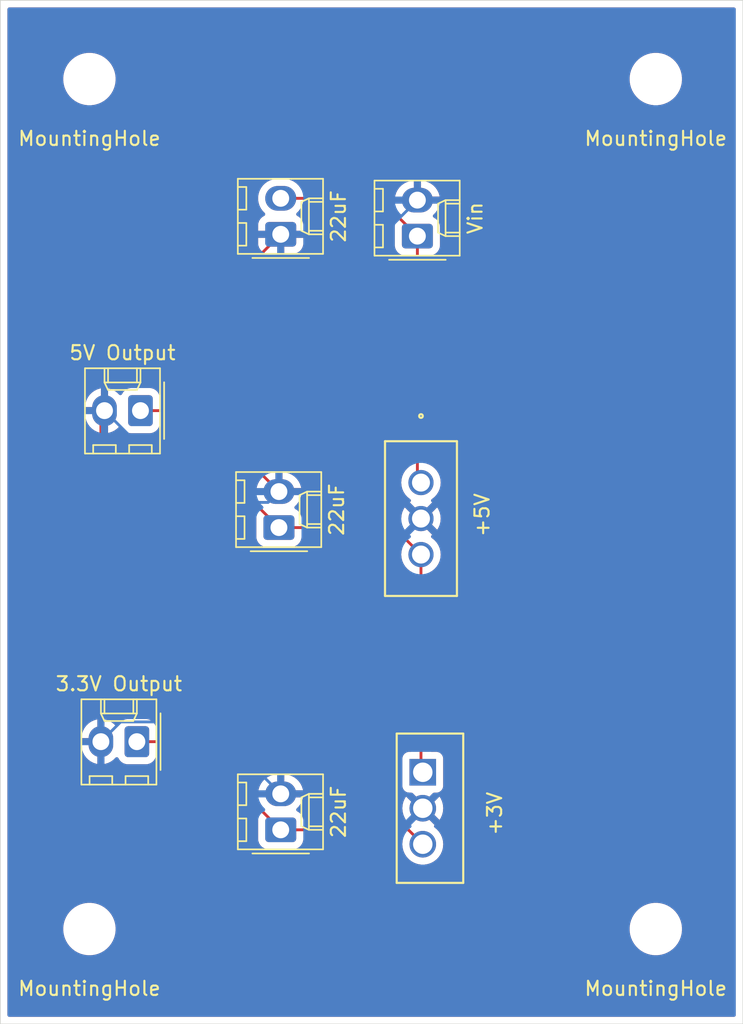
<source format=kicad_pcb>
(kicad_pcb (version 20240108) (generator "pcbnew") (generator_version "8.0")
  (layers (0 "F.Cu" signal) (31 "B.Cu" signal) (34 "B.Paste" user) (35 "F.Paste" user) (36 "B.SilkS" user "B.Silkscreen") (37 "F.SilkS" user "F.Silkscreen") (38 "B.Mask" user) (39 "F.Mask" user) (44 "Edge.Cuts" user))
  (net 0 "")
  (net 1 "GND")
  (net 2 "Net-(J1-Pin_1)")
  (net 3 "Net-(J3-Pin_1)")
  (net 4 "Net-(J2-Pin_1)")
  (footprint "Connector_Molex:Molex_KK-254_AE-6410-02A_1x02_P2.54mm_Vertical" (layer "F.Cu") (at 153.162 61.087 90)
    (property "Reference" "J1" (hide yes))
    (property "Value" "Vin" (at 1.27 4.08 90) (layer "F.SilkS"))
    (fp_line (start 3.92 -3.03) (end -1.38 -3.03) (stroke (width 0.12)) (layer "F.SilkS"))
    (fp_line (start 1.74 -3.03) (end 1.74 -2.43) (stroke (width 0.12)) (layer "F.SilkS"))
    (fp_line (start -0.8 -3.03) (end -0.8 -2.43) (stroke (width 0.12)) (layer "F.SilkS"))
    (fp_line (start -1.38 -3.03) (end -1.38 2.99) (stroke (width 0.12)) (layer "F.SilkS"))
    (fp_line (start 3.34 -2.43) (end 3.34 -3.03) (stroke (width 0.12)) (layer "F.SilkS"))
    (fp_line (start 1.74 -2.43) (end 3.34 -2.43) (stroke (width 0.12)) (layer "F.SilkS"))
    (fp_line (start 0.8 -2.43) (end 0.8 -3.03) (stroke (width 0.12)) (layer "F.SilkS"))
    (fp_line (start -0.8 -2.43) (end 0.8 -2.43) (stroke (width 0.12)) (layer "F.SilkS"))
    (fp_line (start -1.67 -2) (end -1.67 2) (stroke (width 0.12)) (layer "F.SilkS"))
    (fp_line (start 2.29 1.46) (end 2.54 1.99) (stroke (width 0.12)) (layer "F.SilkS"))
    (fp_line (start 0.25 1.46) (end 2.29 1.46) (stroke (width 0.12)) (layer "F.SilkS"))
    (fp_line (start 2.54 1.99) (end 2.54 2.99) (stroke (width 0.12)) (layer "F.SilkS"))
    (fp_line (start 0 1.99) (end 0.25 1.46) (stroke (width 0.12)) (layer "F.SilkS"))
    (fp_line (start 0 1.99) (end 2.54 1.99) (stroke (width 0.12)) (layer "F.SilkS"))
    (fp_line (start 3.92 2.99) (end 3.92 -3.03) (stroke (width 0.12)) (layer "F.SilkS"))
    (fp_line (start 2.29 2.99) (end 2.29 1.99) (stroke (width 0.12)) (layer "F.SilkS"))
    (fp_line (start 0.25 2.99) (end 0.25 1.99) (stroke (width 0.12)) (layer "F.SilkS"))
    (fp_line (start 0 2.99) (end 0 1.99) (stroke (width 0.12)) (layer "F.SilkS"))
    (fp_line (start -1.38 2.99) (end 3.92 2.99) (stroke (width 0.12)) (layer "F.SilkS"))
    (pad "1" thru_hole roundrect (at 0 0 90) (size 1.74 2.19) (drill 1.19) (layers "*.Cu" "*.Mask") (roundrect_rratio 0.143678) (net 2 "Net-(J1-Pin_1)"))
    (pad "2" thru_hole oval (at 2.54 0 90) (size 1.74 2.19) (drill 1.19) (layers "*.Cu" "*.Mask") (net 1 "GND"))
  )
  (footprint "Connector_Molex:Molex_KK-254_AE-6410-02A_1x02_P2.54mm_Vertical" (layer "F.Cu") (at 143.383 81.661 90)
    (property "Reference" "C2" (hide yes))
    (property "Value" "22uF" (at 1.27 4.08 90) (layer "F.SilkS"))
    (fp_line (start 3.92 -3.03) (end -1.38 -3.03) (stroke (width 0.12)) (layer "F.SilkS"))
    (fp_line (start 1.74 -3.03) (end 1.74 -2.43) (stroke (width 0.12)) (layer "F.SilkS"))
    (fp_line (start -0.8 -3.03) (end -0.8 -2.43) (stroke (width 0.12)) (layer "F.SilkS"))
    (fp_line (start -1.38 -3.03) (end -1.38 2.99) (stroke (width 0.12)) (layer "F.SilkS"))
    (fp_line (start 3.34 -2.43) (end 3.34 -3.03) (stroke (width 0.12)) (layer "F.SilkS"))
    (fp_line (start 1.74 -2.43) (end 3.34 -2.43) (stroke (width 0.12)) (layer "F.SilkS"))
    (fp_line (start 0.8 -2.43) (end 0.8 -3.03) (stroke (width 0.12)) (layer "F.SilkS"))
    (fp_line (start -0.8 -2.43) (end 0.8 -2.43) (stroke (width 0.12)) (layer "F.SilkS"))
    (fp_line (start -1.67 -2) (end -1.67 2) (stroke (width 0.12)) (layer "F.SilkS"))
    (fp_line (start 2.29 1.46) (end 2.54 1.99) (stroke (width 0.12)) (layer "F.SilkS"))
    (fp_line (start 0.25 1.46) (end 2.29 1.46) (stroke (width 0.12)) (layer "F.SilkS"))
    (fp_line (start 2.54 1.99) (end 2.54 2.99) (stroke (width 0.12)) (layer "F.SilkS"))
    (fp_line (start 0 1.99) (end 0.25 1.46) (stroke (width 0.12)) (layer "F.SilkS"))
    (fp_line (start 0 1.99) (end 2.54 1.99) (stroke (width 0.12)) (layer "F.SilkS"))
    (fp_line (start 3.92 2.99) (end 3.92 -3.03) (stroke (width 0.12)) (layer "F.SilkS"))
    (fp_line (start 2.29 2.99) (end 2.29 1.99) (stroke (width 0.12)) (layer "F.SilkS"))
    (fp_line (start 0.25 2.99) (end 0.25 1.99) (stroke (width 0.12)) (layer "F.SilkS"))
    (fp_line (start 0 2.99) (end 0 1.99) (stroke (width 0.12)) (layer "F.SilkS"))
    (fp_line (start -1.38 2.99) (end 3.92 2.99) (stroke (width 0.12)) (layer "F.SilkS"))
    (pad "1" thru_hole roundrect (at 0 0 90) (size 1.74 2.19) (drill 1.19) (layers "*.Cu" "*.Mask") (roundrect_rratio 0.143678) (net 3 "Net-(J3-Pin_1)"))
    (pad "2" thru_hole oval (at 2.54 0 90) (size 1.74 2.19) (drill 1.19) (layers "*.Cu" "*.Mask") (net 1 "GND"))
  )
  (footprint "MountingHole:MountingHole_3.2mm_M3" (layer "F.Cu") (at 170 50)
    (property "Reference" "H2" (hide yes))
    (property "Value" "MountingHole" (at 0 4.2 0) (layer "F.SilkS"))
    (pad "" np_thru_hole circle (at 0 0) (size 3.2 3.2) (drill 3.2) (layers "*.Cu" "*.Mask"))
  )
  (footprint "KiCADv6:T03B" (layer "F.Cu") (at 154.559 104.013 -90)
    (property "Reference" "U2" (hide yes))
    (property "Value" "+3V" (at -2.159 -4.064 90) (layer "F.SilkS"))
    (fp_line (start -7.8105 2.8575) (end 2.7305 2.8575) (stroke (width 0.1524)) (layer "F.SilkS"))
    (fp_line (start 2.7305 2.8575) (end 2.7305 -1.8415) (stroke (width 0.1524)) (layer "F.SilkS"))
    (fp_line (start -7.8105 -1.8415) (end -7.8105 2.8575) (stroke (width 0.1524)) (layer "F.SilkS"))
    (fp_line (start 2.7305 -1.8415) (end -7.8105 -1.8415) (stroke (width 0.1524)) (layer "F.SilkS"))
    (pad "1" thru_hole rect (at -5.08 1.016 270) (size 1.8796 1.8796) (drill 1.3716) (layers "*.Cu" "*.Mask") (net 3 "Net-(J3-Pin_1)"))
    (pad "2" thru_hole circle (at -2.54 1.016 270) (size 1.8796 1.8796) (drill 1.3716) (layers "*.Cu" "*.Mask") (net 1 "GND"))
    (pad "3" thru_hole circle (at 0 1.016 270) (size 1.8796 1.8796) (drill 1.3716) (layers "*.Cu" "*.Mask") (net 4 "Net-(J2-Pin_1)"))
  )
  (footprint "MountingHole:MountingHole_3.2mm_M3" (layer "F.Cu") (at 130 110)
    (property "Reference" "H4" (hide yes))
    (property "Value" "MountingHole" (at 0 4.2 0) (layer "F.SilkS"))
    (pad "" np_thru_hole circle (at 0 0) (size 3.2 3.2) (drill 3.2) (layers "*.Cu" "*.Mask"))
  )
  (footprint "Connector_Molex:Molex_KK-254_AE-6410-02A_1x02_P2.54mm_Vertical" (layer "F.Cu") (at 143.51 102.997 90)
    (property "Reference" "C3" (hide yes))
    (property "Value" "22uF" (at 1.27 4.08 90) (layer "F.SilkS"))
    (fp_line (start 3.92 -3.03) (end -1.38 -3.03) (stroke (width 0.12)) (layer "F.SilkS"))
    (fp_line (start 1.74 -3.03) (end 1.74 -2.43) (stroke (width 0.12)) (layer "F.SilkS"))
    (fp_line (start -0.8 -3.03) (end -0.8 -2.43) (stroke (width 0.12)) (layer "F.SilkS"))
    (fp_line (start -1.38 -3.03) (end -1.38 2.99) (stroke (width 0.12)) (layer "F.SilkS"))
    (fp_line (start 3.34 -2.43) (end 3.34 -3.03) (stroke (width 0.12)) (layer "F.SilkS"))
    (fp_line (start 1.74 -2.43) (end 3.34 -2.43) (stroke (width 0.12)) (layer "F.SilkS"))
    (fp_line (start 0.8 -2.43) (end 0.8 -3.03) (stroke (width 0.12)) (layer "F.SilkS"))
    (fp_line (start -0.8 -2.43) (end 0.8 -2.43) (stroke (width 0.12)) (layer "F.SilkS"))
    (fp_line (start -1.67 -2) (end -1.67 2) (stroke (width 0.12)) (layer "F.SilkS"))
    (fp_line (start 2.29 1.46) (end 2.54 1.99) (stroke (width 0.12)) (layer "F.SilkS"))
    (fp_line (start 0.25 1.46) (end 2.29 1.46) (stroke (width 0.12)) (layer "F.SilkS"))
    (fp_line (start 2.54 1.99) (end 2.54 2.99) (stroke (width 0.12)) (layer "F.SilkS"))
    (fp_line (start 0 1.99) (end 0.25 1.46) (stroke (width 0.12)) (layer "F.SilkS"))
    (fp_line (start 0 1.99) (end 2.54 1.99) (stroke (width 0.12)) (layer "F.SilkS"))
    (fp_line (start 3.92 2.99) (end 3.92 -3.03) (stroke (width 0.12)) (layer "F.SilkS"))
    (fp_line (start 2.29 2.99) (end 2.29 1.99) (stroke (width 0.12)) (layer "F.SilkS"))
    (fp_line (start 0.25 2.99) (end 0.25 1.99) (stroke (width 0.12)) (layer "F.SilkS"))
    (fp_line (start 0 2.99) (end 0 1.99) (stroke (width 0.12)) (layer "F.SilkS"))
    (fp_line (start -1.38 2.99) (end 3.92 2.99) (stroke (width 0.12)) (layer "F.SilkS"))
    (pad "1" thru_hole roundrect (at 0 0 90) (size 1.74 2.19) (drill 1.19) (layers "*.Cu" "*.Mask") (roundrect_rratio 0.143678) (net 4 "Net-(J2-Pin_1)"))
    (pad "2" thru_hole oval (at 2.54 0 90) (size 1.74 2.19) (drill 1.19) (layers "*.Cu" "*.Mask") (net 1 "GND"))
  )
  (footprint "Connector_Molex:Molex_KK-254_AE-6410-02A_1x02_P2.54mm_Vertical" (layer "F.Cu") (at 133.35 96.774 180)
    (property "Reference" "J2" (hide yes))
    (property "Value" "3.3V Output" (at 1.27 4.08 360) (layer "F.SilkS"))
    (fp_line (start 3.92 2.99) (end 3.92 -3.03) (stroke (width 0.12)) (layer "F.SilkS"))
    (fp_line (start 3.92 -3.03) (end -1.38 -3.03) (stroke (width 0.12)) (layer "F.SilkS"))
    (fp_line (start 3.34 -2.43) (end 3.34 -3.03) (stroke (width 0.12)) (layer "F.SilkS"))
    (fp_line (start 2.54 1.99) (end 2.54 2.99) (stroke (width 0.12)) (layer "F.SilkS"))
    (fp_line (start 2.29 2.99) (end 2.29 1.99) (stroke (width 0.12)) (layer "F.SilkS"))
    (fp_line (start 2.29 1.46) (end 2.54 1.99) (stroke (width 0.12)) (layer "F.SilkS"))
    (fp_line (start 1.74 -2.43) (end 3.34 -2.43) (stroke (width 0.12)) (layer "F.SilkS"))
    (fp_line (start 1.74 -3.03) (end 1.74 -2.43) (stroke (width 0.12)) (layer "F.SilkS"))
    (fp_line (start 0.8 -2.43) (end 0.8 -3.03) (stroke (width 0.12)) (layer "F.SilkS"))
    (fp_line (start 0.25 2.99) (end 0.25 1.99) (stroke (width 0.12)) (layer "F.SilkS"))
    (fp_line (start 0.25 1.46) (end 2.29 1.46) (stroke (width 0.12)) (layer "F.SilkS"))
    (fp_line (start 0 2.99) (end 0 1.99) (stroke (width 0.12)) (layer "F.SilkS"))
    (fp_line (start 0 1.99) (end 2.54 1.99) (stroke (width 0.12)) (layer "F.SilkS"))
    (fp_line (start 0 1.99) (end 0.25 1.46) (stroke (width 0.12)) (layer "F.SilkS"))
    (fp_line (start -0.8 -2.43) (end 0.8 -2.43) (stroke (width 0.12)) (layer "F.SilkS"))
    (fp_line (start -0.8 -3.03) (end -0.8 -2.43) (stroke (width 0.12)) (layer "F.SilkS"))
    (fp_line (start -1.38 2.99) (end 3.92 2.99) (stroke (width 0.12)) (layer "F.SilkS"))
    (fp_line (start -1.38 -3.03) (end -1.38 2.99) (stroke (width 0.12)) (layer "F.SilkS"))
    (fp_line (start -1.67 -2) (end -1.67 2) (stroke (width 0.12)) (layer "F.SilkS"))
    (pad "1" thru_hole roundrect (at 0 0 180) (size 1.74 2.19) (drill 1.19) (layers "*.Cu" "*.Mask") (roundrect_rratio 0.143678) (net 4 "Net-(J2-Pin_1)"))
    (pad "2" thru_hole oval (at 2.54 0 180) (size 1.74 2.19) (drill 1.19) (layers "*.Cu" "*.Mask") (net 1 "GND"))
  )
  (footprint "KiCADv6 2:TO-220_ONS" (layer "F.Cu") (at 153.416 78.486 -90)
    (property "Reference" "U1" (hide yes))
    (property "Value" "+5V" (at 2.286 -4.318 90) (layer "F.SilkS"))
    (fp_line (start -2.921 2.54) (end 8.001 2.54) (stroke (width 0.1524)) (layer "F.SilkS"))
    (fp_line (start 8.001 2.54) (end 8.001 -2.54) (stroke (width 0.1524)) (layer "F.SilkS"))
    (fp_line (start -2.921 -2.54) (end -2.921 2.54) (stroke (width 0.1524)) (layer "F.SilkS"))
    (fp_line (start 8.001 -2.54) (end -2.921 -2.54) (stroke (width 0.1524)) (layer "F.SilkS"))
    (fp_circle (center -4.699 0) (end -4.572 0) (stroke (width 0.1524)) (fill none) (layer "F.SilkS"))
    (pad "1" thru_hole circle (at 0 0 270) (size 1.778 1.778) (drill 1.27) (layers "*.Cu" "*.Mask") (net 2 "Net-(J1-Pin_1)"))
    (pad "2" thru_hole circle (at 2.54 0 270) (size 1.778 1.778) (drill 1.27) (layers "*.Cu" "*.Mask") (net 1 "GND"))
    (pad "3" thru_hole circle (at 5.08 0 270) (size 1.778 1.778) (drill 1.27) (layers "*.Cu" "*.Mask") (net 3 "Net-(J3-Pin_1)"))
  )
  (footprint "MountingHole:MountingHole_3.2mm_M3" (layer "F.Cu") (at 130 50)
    (property "Reference" "H1" (hide yes))
    (property "Value" "MountingHole" (at 0 4.2 0) (layer "F.SilkS"))
    (pad "" np_thru_hole circle (at 0 0) (size 3.2 3.2) (drill 3.2) (layers "*.Cu" "*.Mask"))
  )
  (footprint "Connector_Molex:Molex_KK-254_AE-6410-02A_1x02_P2.54mm_Vertical" (layer "F.Cu") (at 133.604 73.406 180)
    (property "Reference" "J3" (hide yes))
    (property "Value" "5V Output" (at 1.27 4.08 360) (layer "F.SilkS"))
    (fp_line (start 3.92 2.99) (end 3.92 -3.03) (stroke (width 0.12)) (layer "F.SilkS"))
    (fp_line (start 3.92 -3.03) (end -1.38 -3.03) (stroke (width 0.12)) (layer "F.SilkS"))
    (fp_line (start 3.34 -2.43) (end 3.34 -3.03) (stroke (width 0.12)) (layer "F.SilkS"))
    (fp_line (start 2.54 1.99) (end 2.54 2.99) (stroke (width 0.12)) (layer "F.SilkS"))
    (fp_line (start 2.29 2.99) (end 2.29 1.99) (stroke (width 0.12)) (layer "F.SilkS"))
    (fp_line (start 2.29 1.46) (end 2.54 1.99) (stroke (width 0.12)) (layer "F.SilkS"))
    (fp_line (start 1.74 -2.43) (end 3.34 -2.43) (stroke (width 0.12)) (layer "F.SilkS"))
    (fp_line (start 1.74 -3.03) (end 1.74 -2.43) (stroke (width 0.12)) (layer "F.SilkS"))
    (fp_line (start 0.8 -2.43) (end 0.8 -3.03) (stroke (width 0.12)) (layer "F.SilkS"))
    (fp_line (start 0.25 2.99) (end 0.25 1.99) (stroke (width 0.12)) (layer "F.SilkS"))
    (fp_line (start 0.25 1.46) (end 2.29 1.46) (stroke (width 0.12)) (layer "F.SilkS"))
    (fp_line (start 0 2.99) (end 0 1.99) (stroke (width 0.12)) (layer "F.SilkS"))
    (fp_line (start 0 1.99) (end 2.54 1.99) (stroke (width 0.12)) (layer "F.SilkS"))
    (fp_line (start 0 1.99) (end 0.25 1.46) (stroke (width 0.12)) (layer "F.SilkS"))
    (fp_line (start -0.8 -2.43) (end 0.8 -2.43) (stroke (width 0.12)) (layer "F.SilkS"))
    (fp_line (start -0.8 -3.03) (end -0.8 -2.43) (stroke (width 0.12)) (layer "F.SilkS"))
    (fp_line (start -1.38 2.99) (end 3.92 2.99) (stroke (width 0.12)) (layer "F.SilkS"))
    (fp_line (start -1.38 -3.03) (end -1.38 2.99) (stroke (width 0.12)) (layer "F.SilkS"))
    (fp_line (start -1.67 -2) (end -1.67 2) (stroke (width 0.12)) (layer "F.SilkS"))
    (pad "1" thru_hole roundrect (at 0 0 180) (size 1.74 2.19) (drill 1.19) (layers "*.Cu" "*.Mask") (roundrect_rratio 0.143678) (net 3 "Net-(J3-Pin_1)"))
    (pad "2" thru_hole oval (at 2.54 0 180) (size 1.74 2.19) (drill 1.19) (layers "*.Cu" "*.Mask") (net 1 "GND"))
  )
  (footprint "Connector_Molex:Molex_KK-254_AE-6410-02A_1x02_P2.54mm_Vertical" (layer "F.Cu") (at 143.51 60.96 90)
    (property "Reference" "C1" (hide yes))
    (property "Value" "22uF" (at 1.27 4.08 90) (layer "F.SilkS"))
    (fp_line (start 3.92 -3.03) (end -1.38 -3.03) (stroke (width 0.12)) (layer "F.SilkS"))
    (fp_line (start 1.74 -3.03) (end 1.74 -2.43) (stroke (width 0.12)) (layer "F.SilkS"))
    (fp_line (start -0.8 -3.03) (end -0.8 -2.43) (stroke (width 0.12)) (layer "F.SilkS"))
    (fp_line (start -1.38 -3.03) (end -1.38 2.99) (stroke (width 0.12)) (layer "F.SilkS"))
    (fp_line (start 3.34 -2.43) (end 3.34 -3.03) (stroke (width 0.12)) (layer "F.SilkS"))
    (fp_line (start 1.74 -2.43) (end 3.34 -2.43) (stroke (width 0.12)) (layer "F.SilkS"))
    (fp_line (start 0.8 -2.43) (end 0.8 -3.03) (stroke (width 0.12)) (layer "F.SilkS"))
    (fp_line (start -0.8 -2.43) (end 0.8 -2.43) (stroke (width 0.12)) (layer "F.SilkS"))
    (fp_line (start -1.67 -2) (end -1.67 2) (stroke (width 0.12)) (layer "F.SilkS"))
    (fp_line (start 2.29 1.46) (end 2.54 1.99) (stroke (width 0.12)) (layer "F.SilkS"))
    (fp_line (start 0.25 1.46) (end 2.29 1.46) (stroke (width 0.12)) (layer "F.SilkS"))
    (fp_line (start 2.54 1.99) (end 2.54 2.99) (stroke (width 0.12)) (layer "F.SilkS"))
    (fp_line (start 0 1.99) (end 0.25 1.46) (stroke (width 0.12)) (layer "F.SilkS"))
    (fp_line (start 0 1.99) (end 2.54 1.99) (stroke (width 0.12)) (layer "F.SilkS"))
    (fp_line (start 3.92 2.99) (end 3.92 -3.03) (stroke (width 0.12)) (layer "F.SilkS"))
    (fp_line (start 2.29 2.99) (end 2.29 1.99) (stroke (width 0.12)) (layer "F.SilkS"))
    (fp_line (start 0.25 2.99) (end 0.25 1.99) (stroke (width 0.12)) (layer "F.SilkS"))
    (fp_line (start 0 2.99) (end 0 1.99) (stroke (width 0.12)) (layer "F.SilkS"))
    (fp_line (start -1.38 2.99) (end 3.92 2.99) (stroke (width 0.12)) (layer "F.SilkS"))
    (pad "1" thru_hole roundrect (at 0 0 90) (size 1.74 2.19) (drill 1.19) (layers "*.Cu" "*.Mask") (roundrect_rratio 0.143678) (net 1 "GND"))
    (pad "2" thru_hole oval (at 2.54 0 90) (size 1.74 2.19) (drill 1.19) (layers "*.Cu" "*.Mask") (net 2 "Net-(J1-Pin_1)"))
  )
  (footprint "MountingHole:MountingHole_3.2mm_M3" (layer "F.Cu") (at 170 110)
    (property "Reference" "H3" (hide yes))
    (property "Value" "MountingHole" (at 0 4.2 0) (layer "F.SilkS"))
    (pad "" np_thru_hole circle (at 0 0) (size 3.2 3.2) (drill 3.2) (layers "*.Cu" "*.Mask"))
  )
  (gr_rect (start 123.708 44.445) (end 176.149 116.698) (stroke (width 0.05)) (fill none) (layer "Edge.Cuts"))
  (segment (start 130.81 96.774) (end 130.81 73.66) (width 0.2) (layer "F.Cu") (net 1))
  (segment (start 143.383 79.121) (end 140.208 75.946) (width 0.2) (layer "F.Cu") (net 1))
  (segment (start 130.81 73.66) (end 131.064 73.406) (width 0.2) (layer "F.Cu") (net 1))
  (segment (start 140.208 64.262) (end 143.51 60.96) (width 0.2) (layer "F.Cu") (net 1))
  (segment (start 140.208 75.946) (end 140.208 64.262) (width 0.2) (layer "F.Cu") (net 1))
  (segment (start 152.527 100.457) (end 153.543 101.473) (width 0.2) (layer "B.Cu") (net 1))
  (segment (start 130.81 96.774) (end 132.205 95.379) (width 0.2) (layer "B.Cu") (net 1))
  (segment (start 137.541 79.883) (end 142.621 79.883) (width 0.2) (layer "B.Cu") (net 1))
  (segment (start 131.064 73.406) (end 137.541 79.883) (width 0.2) (layer "B.Cu") (net 1))
  (segment (start 132.205 95.379) (end 138.432 95.379) (width 0.2) (layer "B.Cu") (net 1))
  (segment (start 143.51 60.96) (end 150.749 60.96) (width 0.2) (layer "B.Cu") (net 1))
  (segment (start 138.432 95.379) (end 143.51 100.457) (width 0.2) (layer "B.Cu") (net 1))
  (segment (start 151.511 79.121) (end 153.416 81.026) (width 0.2) (layer "B.Cu") (net 1))
  (segment (start 143.383 79.121) (end 151.511 79.121) (width 0.2) (layer "B.Cu") (net 1))
  (segment (start 142.621 79.883) (end 143.383 79.121) (width 0.2) (layer "B.Cu") (net 1))
  (segment (start 143.51 100.457) (end 152.527 100.457) (width 0.2) (layer "B.Cu") (net 1))
  (segment (start 150.749 60.96) (end 153.162 58.547) (width 0.2) (layer "B.Cu") (net 1))
  (segment (start 143.51 58.42) (end 150.495 58.42) (width 0.2) (layer "F.Cu") (net 2))
  (segment (start 153.162 78.232) (end 153.416 78.486) (width 0.2) (layer "F.Cu") (net 2))
  (segment (start 153.162 61.087) (end 153.162 78.232) (width 0.2) (layer "F.Cu") (net 2))
  (segment (start 150.495 58.42) (end 153.162 61.087) (width 0.2) (layer "F.Cu") (net 2))
  (segment (start 133.604 73.406) (end 135.128 73.406) (width 0.2) (layer "F.Cu") (net 3))
  (segment (start 135.128 73.406) (end 143.383 81.661) (width 0.2) (layer "F.Cu") (net 3))
  (segment (start 153.416 83.566) (end 153.416 98.806) (width 0.2) (layer "F.Cu") (net 3))
  (segment (start 151.511 81.661) (end 153.416 83.566) (width 0.2) (layer "F.Cu") (net 3))
  (segment (start 143.383 81.661) (end 151.511 81.661) (width 0.2) (layer "F.Cu") (net 3))
  (segment (start 153.416 98.806) (end 153.543 98.933) (width 0.2) (layer "F.Cu") (net 3))
  (segment (start 152.527 102.997) (end 153.543 104.013) (width 0.2) (layer "F.Cu") (net 4))
  (segment (start 133.35 96.774) (end 137.287 96.774) (width 0.2) (layer "F.Cu") (net 4))
  (segment (start 137.287 96.774) (end 143.51 102.997) (width 0.2) (layer "F.Cu") (net 4))
  (segment (start 143.51 102.997) (end 152.527 102.997) (width 0.2) (layer "F.Cu") (net 4))
  (zone (net 1) (net_name "GND") (layer "F.Cu") (connect_pads (clearance 0.5)) (min_thickness 0.25) (fill yes (thermal_gap 0.5) (thermal_bridge_width 0.5))
    (polygon (pts (xy 123.698 44.45) (xy 176.149 44.45) (xy 176.149 116.713) (xy 123.698 116.713)))
  )
  (zone (net 1) (net_name "GND") (layer "B.Cu") (priority 1) (connect_pads (clearance 0.5)) (min_thickness 0.25) (fill yes (thermal_gap 0.5) (thermal_bridge_width 0.5))
    (polygon (pts (xy 123.698 44.45) (xy 176.149 44.45) (xy 176.149 116.713) (xy 123.698 116.713)))
  )
)
</source>
